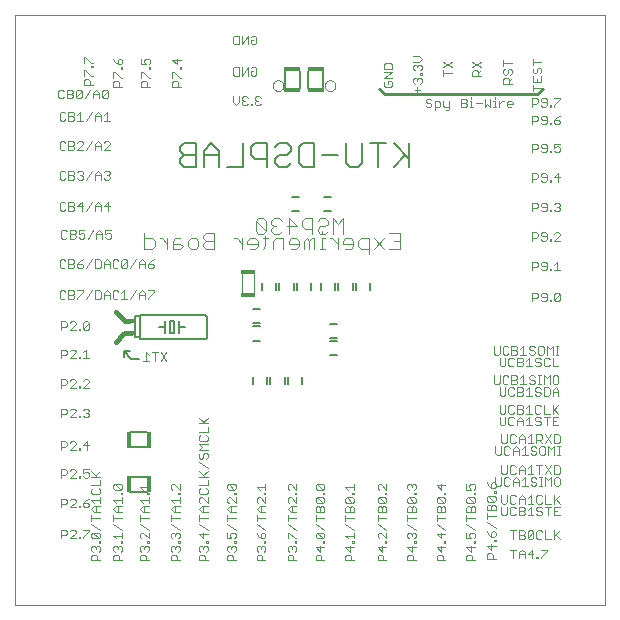
<source format=gbo>
G75*
G70*
%OFA0B0*%
%FSLAX24Y24*%
%IPPOS*%
%LPD*%
%AMOC8*
5,1,8,0,0,1.08239X$1,22.5*
%
%ADD10C,0.0000*%
%ADD11C,0.0030*%
%ADD12C,0.0079*%
%ADD13C,0.0100*%
%ADD14C,0.0070*%
%ADD15C,0.0040*%
%ADD16C,0.0060*%
%ADD17C,0.0160*%
%ADD18R,0.0230X0.0160*%
%ADD19R,0.0472X0.0118*%
%ADD20R,0.0560X0.0140*%
%ADD21R,0.0140X0.0560*%
D10*
X001774Y000741D02*
X001774Y020426D01*
X021459Y020426D01*
X021459Y000741D01*
X001774Y000741D01*
X010377Y018063D02*
X010379Y018089D01*
X010385Y018115D01*
X010395Y018140D01*
X010408Y018163D01*
X010424Y018183D01*
X010444Y018201D01*
X010466Y018216D01*
X010489Y018228D01*
X010515Y018236D01*
X010541Y018240D01*
X010567Y018240D01*
X010593Y018236D01*
X010619Y018228D01*
X010643Y018216D01*
X010664Y018201D01*
X010684Y018183D01*
X010700Y018163D01*
X010713Y018140D01*
X010723Y018115D01*
X010729Y018089D01*
X010731Y018063D01*
X010729Y018037D01*
X010723Y018011D01*
X010713Y017986D01*
X010700Y017963D01*
X010684Y017943D01*
X010664Y017925D01*
X010642Y017910D01*
X010619Y017898D01*
X010593Y017890D01*
X010567Y017886D01*
X010541Y017886D01*
X010515Y017890D01*
X010489Y017898D01*
X010465Y017910D01*
X010444Y017925D01*
X010424Y017943D01*
X010408Y017963D01*
X010395Y017986D01*
X010385Y018011D01*
X010379Y018037D01*
X010377Y018063D01*
X012109Y018063D02*
X012111Y018089D01*
X012117Y018115D01*
X012127Y018140D01*
X012140Y018163D01*
X012156Y018183D01*
X012176Y018201D01*
X012198Y018216D01*
X012221Y018228D01*
X012247Y018236D01*
X012273Y018240D01*
X012299Y018240D01*
X012325Y018236D01*
X012351Y018228D01*
X012375Y018216D01*
X012396Y018201D01*
X012416Y018183D01*
X012432Y018163D01*
X012445Y018140D01*
X012455Y018115D01*
X012461Y018089D01*
X012463Y018063D01*
X012461Y018037D01*
X012455Y018011D01*
X012445Y017986D01*
X012432Y017963D01*
X012416Y017943D01*
X012396Y017925D01*
X012374Y017910D01*
X012351Y017898D01*
X012325Y017890D01*
X012299Y017886D01*
X012273Y017886D01*
X012247Y017890D01*
X012221Y017898D01*
X012197Y017910D01*
X012176Y017925D01*
X012156Y017943D01*
X012140Y017963D01*
X012127Y017986D01*
X012117Y018011D01*
X012111Y018037D01*
X012109Y018063D01*
D11*
X014067Y018078D02*
X014116Y018029D01*
X014309Y018029D01*
X014357Y018078D01*
X014357Y018174D01*
X014309Y018223D01*
X014212Y018223D01*
X014212Y018126D01*
X014116Y018223D02*
X014067Y018174D01*
X014067Y018078D01*
X014067Y018324D02*
X014357Y018517D01*
X014067Y018517D01*
X014067Y018618D02*
X014067Y018764D01*
X014116Y018812D01*
X014309Y018812D01*
X014357Y018764D01*
X014357Y018618D01*
X014067Y018618D01*
X014067Y018324D02*
X014357Y018324D01*
X015051Y018272D02*
X015100Y018320D01*
X015148Y018320D01*
X015197Y018272D01*
X015245Y018320D01*
X015293Y018320D01*
X015342Y018272D01*
X015342Y018175D01*
X015293Y018127D01*
X015197Y018224D02*
X015197Y018272D01*
X015051Y018272D02*
X015051Y018175D01*
X015100Y018127D01*
X015197Y018026D02*
X015197Y017832D01*
X015293Y017929D02*
X015100Y017929D01*
X015470Y017582D02*
X015470Y017534D01*
X015518Y017485D01*
X015615Y017485D01*
X015664Y017437D01*
X015664Y017389D01*
X015615Y017340D01*
X015518Y017340D01*
X015470Y017389D01*
X015470Y017582D02*
X015518Y017630D01*
X015615Y017630D01*
X015664Y017582D01*
X015765Y017534D02*
X015910Y017534D01*
X015958Y017485D01*
X015958Y017389D01*
X015910Y017340D01*
X015765Y017340D01*
X015765Y017243D02*
X015765Y017534D01*
X016059Y017534D02*
X016059Y017389D01*
X016108Y017340D01*
X016253Y017340D01*
X016253Y017292D02*
X016205Y017243D01*
X016156Y017243D01*
X016253Y017292D02*
X016253Y017534D01*
X016649Y017485D02*
X016794Y017485D01*
X016842Y017437D01*
X016842Y017389D01*
X016794Y017340D01*
X016649Y017340D01*
X016649Y017630D01*
X016794Y017630D01*
X016842Y017582D01*
X016842Y017534D01*
X016794Y017485D01*
X016943Y017534D02*
X016992Y017534D01*
X016992Y017340D01*
X017040Y017340D02*
X016943Y017340D01*
X017140Y017485D02*
X017333Y017485D01*
X017434Y017340D02*
X017531Y017437D01*
X017628Y017340D01*
X017628Y017630D01*
X017729Y017534D02*
X017777Y017534D01*
X017777Y017340D01*
X017729Y017340D02*
X017826Y017340D01*
X017926Y017340D02*
X017926Y017534D01*
X018022Y017534D02*
X018071Y017534D01*
X018022Y017534D02*
X017926Y017437D01*
X017777Y017630D02*
X017777Y017679D01*
X017434Y017630D02*
X017434Y017340D01*
X016992Y017630D02*
X016992Y017679D01*
X017020Y018374D02*
X017020Y018519D01*
X017068Y018567D01*
X017165Y018567D01*
X017213Y018519D01*
X017213Y018374D01*
X017213Y018470D02*
X017310Y018567D01*
X017310Y018668D02*
X017020Y018862D01*
X017020Y018668D02*
X017310Y018862D01*
X017310Y018374D02*
X017020Y018374D01*
X016351Y018472D02*
X016060Y018472D01*
X016060Y018568D02*
X016060Y018375D01*
X016060Y018670D02*
X016351Y018863D01*
X016351Y018670D02*
X016060Y018863D01*
X015342Y018960D02*
X015245Y019057D01*
X015051Y019057D01*
X015051Y018864D02*
X015245Y018864D01*
X015342Y018960D01*
X015293Y018762D02*
X015342Y018714D01*
X015342Y018617D01*
X015293Y018569D01*
X015293Y018470D02*
X015342Y018470D01*
X015342Y018422D01*
X015293Y018422D01*
X015293Y018470D01*
X015100Y018569D02*
X015051Y018617D01*
X015051Y018714D01*
X015100Y018762D01*
X015148Y018762D01*
X015197Y018714D01*
X015245Y018762D01*
X015293Y018762D01*
X015197Y018714D02*
X015197Y018666D01*
X018053Y018717D02*
X018053Y018910D01*
X018053Y018814D02*
X018344Y018814D01*
X018295Y018616D02*
X018344Y018567D01*
X018344Y018471D01*
X018295Y018422D01*
X018199Y018471D02*
X018199Y018567D01*
X018247Y018616D01*
X018295Y018616D01*
X018199Y018471D02*
X018150Y018422D01*
X018102Y018422D01*
X018053Y018471D01*
X018053Y018567D01*
X018102Y018616D01*
X018102Y018321D02*
X018199Y018321D01*
X018247Y018273D01*
X018247Y018128D01*
X018247Y018224D02*
X018344Y018321D01*
X018344Y018128D02*
X018053Y018128D01*
X018053Y018273D01*
X018102Y018321D01*
X019038Y018370D02*
X019038Y018176D01*
X019328Y018176D01*
X019328Y018370D01*
X019280Y018471D02*
X019328Y018519D01*
X019328Y018616D01*
X019280Y018664D01*
X019231Y018664D01*
X019183Y018616D01*
X019183Y018519D01*
X019134Y018471D01*
X019086Y018471D01*
X019038Y018519D01*
X019038Y018616D01*
X019086Y018664D01*
X019038Y018765D02*
X019038Y018959D01*
X019038Y018862D02*
X019328Y018862D01*
X019183Y018273D02*
X019183Y018176D01*
X019038Y018075D02*
X019038Y017882D01*
X019038Y017978D02*
X019328Y017978D01*
X019359Y017655D02*
X019310Y017607D01*
X019310Y017558D01*
X019359Y017510D01*
X019504Y017510D01*
X019504Y017413D02*
X019504Y017607D01*
X019455Y017655D01*
X019359Y017655D01*
X019209Y017607D02*
X019209Y017510D01*
X019161Y017462D01*
X019016Y017462D01*
X019016Y017365D02*
X019016Y017655D01*
X019161Y017655D01*
X019209Y017607D01*
X019310Y017413D02*
X019359Y017365D01*
X019455Y017365D01*
X019504Y017413D01*
X019605Y017413D02*
X019653Y017413D01*
X019653Y017365D01*
X019605Y017365D01*
X019605Y017413D01*
X019752Y017413D02*
X019752Y017365D01*
X019752Y017413D02*
X019946Y017607D01*
X019946Y017655D01*
X019752Y017655D01*
X019946Y017065D02*
X019849Y017016D01*
X019752Y016919D01*
X019897Y016919D01*
X019946Y016871D01*
X019946Y016823D01*
X019897Y016774D01*
X019801Y016774D01*
X019752Y016823D01*
X019752Y016919D01*
X019653Y016823D02*
X019653Y016774D01*
X019605Y016774D01*
X019605Y016823D01*
X019653Y016823D01*
X019504Y016823D02*
X019455Y016774D01*
X019359Y016774D01*
X019310Y016823D01*
X019359Y016919D02*
X019310Y016968D01*
X019310Y017016D01*
X019359Y017065D01*
X019455Y017065D01*
X019504Y017016D01*
X019504Y016823D01*
X019504Y016919D02*
X019359Y016919D01*
X019209Y016919D02*
X019209Y017016D01*
X019161Y017065D01*
X019016Y017065D01*
X019016Y016774D01*
X019016Y016871D02*
X019161Y016871D01*
X019209Y016919D01*
X018316Y017340D02*
X018219Y017340D01*
X018171Y017389D01*
X018171Y017485D01*
X018219Y017534D01*
X018316Y017534D01*
X018365Y017485D01*
X018365Y017437D01*
X018171Y017437D01*
X019016Y016130D02*
X019161Y016130D01*
X019209Y016081D01*
X019209Y015984D01*
X019161Y015936D01*
X019016Y015936D01*
X019016Y015839D02*
X019016Y016130D01*
X019310Y016081D02*
X019310Y016033D01*
X019359Y015984D01*
X019504Y015984D01*
X019504Y015888D02*
X019504Y016081D01*
X019455Y016130D01*
X019359Y016130D01*
X019310Y016081D01*
X019310Y015888D02*
X019359Y015839D01*
X019455Y015839D01*
X019504Y015888D01*
X019605Y015888D02*
X019653Y015888D01*
X019653Y015839D01*
X019605Y015839D01*
X019605Y015888D01*
X019752Y015888D02*
X019801Y015839D01*
X019897Y015839D01*
X019946Y015888D01*
X019946Y015984D01*
X019897Y016033D01*
X019849Y016033D01*
X019752Y015984D01*
X019752Y016130D01*
X019946Y016130D01*
X019897Y015145D02*
X019752Y015000D01*
X019946Y015000D01*
X019897Y014855D02*
X019897Y015145D01*
X019653Y014903D02*
X019605Y014903D01*
X019605Y014855D01*
X019653Y014855D01*
X019653Y014903D01*
X019504Y014903D02*
X019504Y015097D01*
X019455Y015145D01*
X019359Y015145D01*
X019310Y015097D01*
X019310Y015049D01*
X019359Y015000D01*
X019504Y015000D01*
X019504Y014903D02*
X019455Y014855D01*
X019359Y014855D01*
X019310Y014903D01*
X019209Y015000D02*
X019161Y014952D01*
X019016Y014952D01*
X019016Y014855D02*
X019016Y015145D01*
X019161Y015145D01*
X019209Y015097D01*
X019209Y015000D01*
X019161Y014161D02*
X019016Y014161D01*
X019016Y013871D01*
X019016Y013968D02*
X019161Y013968D01*
X019209Y014016D01*
X019209Y014113D01*
X019161Y014161D01*
X019310Y014113D02*
X019310Y014064D01*
X019359Y014016D01*
X019504Y014016D01*
X019504Y014113D02*
X019455Y014161D01*
X019359Y014161D01*
X019310Y014113D01*
X019504Y014113D02*
X019504Y013919D01*
X019455Y013871D01*
X019359Y013871D01*
X019310Y013919D01*
X019605Y013919D02*
X019653Y013919D01*
X019653Y013871D01*
X019605Y013871D01*
X019605Y013919D01*
X019752Y013919D02*
X019801Y013871D01*
X019897Y013871D01*
X019946Y013919D01*
X019946Y013968D01*
X019897Y014016D01*
X019849Y014016D01*
X019897Y014016D02*
X019946Y014064D01*
X019946Y014113D01*
X019897Y014161D01*
X019801Y014161D01*
X019752Y014113D01*
X019801Y013177D02*
X019752Y013128D01*
X019801Y013177D02*
X019897Y013177D01*
X019946Y013128D01*
X019946Y013080D01*
X019752Y012887D01*
X019946Y012887D01*
X019653Y012887D02*
X019653Y012935D01*
X019605Y012935D01*
X019605Y012887D01*
X019653Y012887D01*
X019504Y012935D02*
X019504Y013128D01*
X019455Y013177D01*
X019359Y013177D01*
X019310Y013128D01*
X019310Y013080D01*
X019359Y013032D01*
X019504Y013032D01*
X019504Y012935D02*
X019455Y012887D01*
X019359Y012887D01*
X019310Y012935D01*
X019209Y013032D02*
X019161Y012983D01*
X019016Y012983D01*
X019016Y012887D02*
X019016Y013177D01*
X019161Y013177D01*
X019209Y013128D01*
X019209Y013032D01*
X019161Y012193D02*
X019016Y012193D01*
X019016Y011902D01*
X019016Y011999D02*
X019161Y011999D01*
X019209Y012047D01*
X019209Y012144D01*
X019161Y012193D01*
X019310Y012144D02*
X019310Y012096D01*
X019359Y012047D01*
X019504Y012047D01*
X019504Y011951D02*
X019504Y012144D01*
X019455Y012193D01*
X019359Y012193D01*
X019310Y012144D01*
X019310Y011951D02*
X019359Y011902D01*
X019455Y011902D01*
X019504Y011951D01*
X019605Y011951D02*
X019653Y011951D01*
X019653Y011902D01*
X019605Y011902D01*
X019605Y011951D01*
X019752Y011902D02*
X019946Y011902D01*
X019849Y011902D02*
X019849Y012193D01*
X019752Y012096D01*
X019801Y011159D02*
X019897Y011159D01*
X019946Y011111D01*
X019752Y010917D01*
X019801Y010869D01*
X019897Y010869D01*
X019946Y010917D01*
X019946Y011111D01*
X019801Y011159D02*
X019752Y011111D01*
X019752Y010917D01*
X019653Y010917D02*
X019653Y010869D01*
X019605Y010869D01*
X019605Y010917D01*
X019653Y010917D01*
X019504Y010917D02*
X019504Y011111D01*
X019455Y011159D01*
X019359Y011159D01*
X019310Y011111D01*
X019310Y011062D01*
X019359Y011014D01*
X019504Y011014D01*
X019504Y010917D02*
X019455Y010869D01*
X019359Y010869D01*
X019310Y010917D01*
X019209Y011014D02*
X019161Y010966D01*
X019016Y010966D01*
X019016Y010869D02*
X019016Y011159D01*
X019161Y011159D01*
X019209Y011111D01*
X019209Y011014D01*
X019260Y009387D02*
X019212Y009339D01*
X019212Y009146D01*
X019260Y009097D01*
X019357Y009097D01*
X019405Y009146D01*
X019405Y009339D01*
X019357Y009387D01*
X019260Y009387D01*
X019111Y009339D02*
X019062Y009387D01*
X018966Y009387D01*
X018917Y009339D01*
X018917Y009291D01*
X018966Y009242D01*
X019062Y009242D01*
X019111Y009194D01*
X019111Y009146D01*
X019062Y009097D01*
X018966Y009097D01*
X018917Y009146D01*
X018816Y009097D02*
X018623Y009097D01*
X018719Y009097D02*
X018719Y009387D01*
X018623Y009291D01*
X018521Y009291D02*
X018473Y009242D01*
X018328Y009242D01*
X018227Y009146D02*
X018178Y009097D01*
X018082Y009097D01*
X018033Y009146D01*
X018033Y009339D01*
X018082Y009387D01*
X018178Y009387D01*
X018227Y009339D01*
X018328Y009387D02*
X018473Y009387D01*
X018521Y009339D01*
X018521Y009291D01*
X018473Y009242D02*
X018521Y009194D01*
X018521Y009146D01*
X018473Y009097D01*
X018328Y009097D01*
X018328Y009387D01*
X017932Y009387D02*
X017932Y009146D01*
X017884Y009097D01*
X017787Y009097D01*
X017739Y009146D01*
X017739Y009387D01*
X017935Y008994D02*
X017935Y008752D01*
X017983Y008703D01*
X018080Y008703D01*
X018129Y008752D01*
X018129Y008994D01*
X018230Y008945D02*
X018230Y008752D01*
X018278Y008703D01*
X018375Y008703D01*
X018423Y008752D01*
X018524Y008703D02*
X018524Y008994D01*
X018670Y008994D01*
X018718Y008945D01*
X018718Y008897D01*
X018670Y008849D01*
X018524Y008849D01*
X018423Y008945D02*
X018375Y008994D01*
X018278Y008994D01*
X018230Y008945D01*
X018524Y008703D02*
X018670Y008703D01*
X018718Y008752D01*
X018718Y008800D01*
X018670Y008849D01*
X018819Y008897D02*
X018916Y008994D01*
X018916Y008703D01*
X018819Y008703D02*
X019013Y008703D01*
X019114Y008752D02*
X019162Y008703D01*
X019259Y008703D01*
X019307Y008752D01*
X019307Y008800D01*
X019259Y008849D01*
X019162Y008849D01*
X019114Y008897D01*
X019114Y008945D01*
X019162Y008994D01*
X019259Y008994D01*
X019307Y008945D01*
X019408Y008945D02*
X019408Y008752D01*
X019457Y008703D01*
X019553Y008703D01*
X019602Y008752D01*
X019703Y008703D02*
X019703Y008994D01*
X019700Y009097D02*
X019700Y009387D01*
X019603Y009291D01*
X019507Y009387D01*
X019507Y009097D01*
X019553Y008994D02*
X019457Y008994D01*
X019408Y008945D01*
X019553Y008994D02*
X019602Y008945D01*
X019801Y009097D02*
X019898Y009097D01*
X019850Y009097D02*
X019850Y009387D01*
X019898Y009387D02*
X019801Y009387D01*
X019703Y008703D02*
X019897Y008703D01*
X019848Y008403D02*
X019897Y008355D01*
X019897Y008161D01*
X019848Y008113D01*
X019751Y008113D01*
X019703Y008161D01*
X019703Y008355D01*
X019751Y008403D01*
X019848Y008403D01*
X019602Y008403D02*
X019505Y008306D01*
X019408Y008403D01*
X019408Y008113D01*
X019309Y008113D02*
X019212Y008113D01*
X019260Y008113D02*
X019260Y008403D01*
X019212Y008403D02*
X019309Y008403D01*
X019111Y008355D02*
X019062Y008403D01*
X018966Y008403D01*
X018917Y008355D01*
X018917Y008306D01*
X018966Y008258D01*
X019062Y008258D01*
X019111Y008210D01*
X019111Y008161D01*
X019062Y008113D01*
X018966Y008113D01*
X018917Y008161D01*
X018816Y008113D02*
X018623Y008113D01*
X018719Y008113D02*
X018719Y008403D01*
X018623Y008306D01*
X018521Y008306D02*
X018473Y008258D01*
X018328Y008258D01*
X018227Y008161D02*
X018178Y008113D01*
X018082Y008113D01*
X018033Y008161D01*
X018033Y008355D01*
X018082Y008403D01*
X018178Y008403D01*
X018227Y008355D01*
X018328Y008403D02*
X018328Y008113D01*
X018473Y008113D01*
X018521Y008161D01*
X018521Y008210D01*
X018473Y008258D01*
X018521Y008306D02*
X018521Y008355D01*
X018473Y008403D01*
X018328Y008403D01*
X017932Y008403D02*
X017932Y008161D01*
X017884Y008113D01*
X017787Y008113D01*
X017739Y008161D01*
X017739Y008403D01*
X017935Y008009D02*
X017935Y007768D01*
X017983Y007719D01*
X018080Y007719D01*
X018129Y007768D01*
X018129Y008009D01*
X018230Y007961D02*
X018230Y007768D01*
X018278Y007719D01*
X018375Y007719D01*
X018423Y007768D01*
X018524Y007719D02*
X018670Y007719D01*
X018718Y007768D01*
X018718Y007816D01*
X018670Y007864D01*
X018524Y007864D01*
X018423Y007961D02*
X018375Y008009D01*
X018278Y008009D01*
X018230Y007961D01*
X018524Y008009D02*
X018670Y008009D01*
X018718Y007961D01*
X018718Y007913D01*
X018670Y007864D01*
X018819Y007913D02*
X018916Y008009D01*
X018916Y007719D01*
X018819Y007719D02*
X019013Y007719D01*
X019114Y007768D02*
X019162Y007719D01*
X019259Y007719D01*
X019307Y007768D01*
X019307Y007816D01*
X019259Y007864D01*
X019162Y007864D01*
X019114Y007913D01*
X019114Y007961D01*
X019162Y008009D01*
X019259Y008009D01*
X019307Y007961D01*
X019408Y008009D02*
X019553Y008009D01*
X019602Y007961D01*
X019602Y007768D01*
X019553Y007719D01*
X019408Y007719D01*
X019408Y008009D01*
X019602Y008113D02*
X019602Y008403D01*
X019800Y008009D02*
X019897Y007913D01*
X019897Y007719D01*
X019897Y007864D02*
X019703Y007864D01*
X019703Y007913D02*
X019800Y008009D01*
X019703Y007913D02*
X019703Y007719D01*
X019703Y007419D02*
X019703Y007129D01*
X019703Y007225D02*
X019897Y007419D01*
X019751Y007274D02*
X019897Y007129D01*
X019897Y007025D02*
X019703Y007025D01*
X019703Y006735D01*
X019897Y006735D01*
X019800Y006880D02*
X019703Y006880D01*
X019602Y007025D02*
X019408Y007025D01*
X019505Y007025D02*
X019505Y006735D01*
X019307Y006783D02*
X019259Y006735D01*
X019162Y006735D01*
X019114Y006783D01*
X019162Y006880D02*
X019259Y006880D01*
X019307Y006832D01*
X019307Y006783D01*
X019162Y006880D02*
X019114Y006928D01*
X019114Y006977D01*
X019162Y007025D01*
X019259Y007025D01*
X019307Y006977D01*
X019259Y007129D02*
X019307Y007177D01*
X019259Y007129D02*
X019162Y007129D01*
X019114Y007177D01*
X019114Y007371D01*
X019162Y007419D01*
X019259Y007419D01*
X019307Y007371D01*
X019408Y007419D02*
X019408Y007129D01*
X019602Y007129D01*
X019013Y007129D02*
X018819Y007129D01*
X018916Y007129D02*
X018916Y007419D01*
X018819Y007322D01*
X018718Y007322D02*
X018670Y007274D01*
X018524Y007274D01*
X018423Y007371D02*
X018375Y007419D01*
X018278Y007419D01*
X018230Y007371D01*
X018230Y007177D01*
X018278Y007129D01*
X018375Y007129D01*
X018423Y007177D01*
X018524Y007129D02*
X018524Y007419D01*
X018670Y007419D01*
X018718Y007371D01*
X018718Y007322D01*
X018670Y007274D02*
X018718Y007225D01*
X018718Y007177D01*
X018670Y007129D01*
X018524Y007129D01*
X018621Y007025D02*
X018718Y006928D01*
X018718Y006735D01*
X018819Y006735D02*
X019013Y006735D01*
X018916Y006735D02*
X018916Y007025D01*
X018819Y006928D01*
X018718Y006880D02*
X018524Y006880D01*
X018524Y006928D02*
X018524Y006735D01*
X018423Y006783D02*
X018375Y006735D01*
X018278Y006735D01*
X018230Y006783D01*
X018230Y006977D01*
X018278Y007025D01*
X018375Y007025D01*
X018423Y006977D01*
X018524Y006928D02*
X018621Y007025D01*
X018129Y007025D02*
X018129Y006783D01*
X018080Y006735D01*
X017983Y006735D01*
X017935Y006783D01*
X017935Y007025D01*
X017983Y007129D02*
X018080Y007129D01*
X018129Y007177D01*
X018129Y007419D01*
X017935Y007419D02*
X017935Y007177D01*
X017983Y007129D01*
X018524Y007719D02*
X018524Y008009D01*
X018424Y006435D02*
X018327Y006435D01*
X018279Y006386D01*
X018279Y006193D01*
X018327Y006144D01*
X018424Y006144D01*
X018472Y006193D01*
X018574Y006144D02*
X018574Y006338D01*
X018670Y006435D01*
X018767Y006338D01*
X018767Y006144D01*
X018868Y006144D02*
X019062Y006144D01*
X018965Y006144D02*
X018965Y006435D01*
X018868Y006338D01*
X018767Y006290D02*
X018574Y006290D01*
X018472Y006386D02*
X018424Y006435D01*
X018178Y006435D02*
X018178Y006193D01*
X018129Y006144D01*
X018033Y006144D01*
X017984Y006193D01*
X017984Y006435D01*
X017981Y006041D02*
X017981Y005799D01*
X017933Y005751D01*
X017836Y005751D01*
X017788Y005799D01*
X017788Y006041D01*
X018083Y005993D02*
X018083Y005799D01*
X018131Y005751D01*
X018228Y005751D01*
X018276Y005799D01*
X018377Y005751D02*
X018377Y005944D01*
X018474Y006041D01*
X018571Y005944D01*
X018571Y005751D01*
X018672Y005751D02*
X018865Y005751D01*
X018769Y005751D02*
X018769Y006041D01*
X018672Y005944D01*
X018571Y005896D02*
X018377Y005896D01*
X018276Y005993D02*
X018228Y006041D01*
X018131Y006041D01*
X018083Y005993D01*
X018178Y005401D02*
X018178Y005159D01*
X018129Y005111D01*
X018033Y005111D01*
X017984Y005159D01*
X017984Y005401D01*
X018279Y005353D02*
X018279Y005159D01*
X018327Y005111D01*
X018424Y005111D01*
X018472Y005159D01*
X018574Y005111D02*
X018574Y005304D01*
X018670Y005401D01*
X018767Y005304D01*
X018767Y005111D01*
X018868Y005111D02*
X019062Y005111D01*
X018965Y005111D02*
X018965Y005401D01*
X018868Y005304D01*
X018767Y005256D02*
X018574Y005256D01*
X018472Y005353D02*
X018424Y005401D01*
X018327Y005401D01*
X018279Y005353D01*
X018228Y005008D02*
X018131Y005008D01*
X018083Y004959D01*
X018083Y004766D01*
X018131Y004717D01*
X018228Y004717D01*
X018276Y004766D01*
X018377Y004717D02*
X018377Y004911D01*
X018474Y005008D01*
X018571Y004911D01*
X018571Y004717D01*
X018672Y004717D02*
X018865Y004717D01*
X018769Y004717D02*
X018769Y005008D01*
X018672Y004911D01*
X018571Y004862D02*
X018377Y004862D01*
X018276Y004959D02*
X018228Y005008D01*
X017981Y005008D02*
X017981Y004766D01*
X017933Y004717D01*
X017836Y004717D01*
X017788Y004766D01*
X017788Y005008D01*
X017754Y004832D02*
X017706Y004832D01*
X017657Y004783D01*
X017657Y004638D01*
X017754Y004638D01*
X017803Y004687D01*
X017803Y004783D01*
X017754Y004832D01*
X017561Y004735D02*
X017657Y004638D01*
X017561Y004735D02*
X017512Y004832D01*
X017754Y004539D02*
X017803Y004539D01*
X017803Y004491D01*
X017754Y004491D01*
X017754Y004539D01*
X017754Y004390D02*
X017561Y004390D01*
X017754Y004196D01*
X017803Y004245D01*
X017803Y004342D01*
X017754Y004390D01*
X017561Y004390D02*
X017512Y004342D01*
X017512Y004245D01*
X017561Y004196D01*
X017754Y004196D01*
X017754Y004095D02*
X017803Y004047D01*
X017803Y003902D01*
X017512Y003902D01*
X017512Y004047D01*
X017561Y004095D01*
X017609Y004095D01*
X017657Y004047D01*
X017657Y003902D01*
X017657Y004047D02*
X017706Y004095D01*
X017754Y004095D01*
X017984Y004023D02*
X017984Y003781D01*
X018033Y003733D01*
X018129Y003733D01*
X018178Y003781D01*
X018178Y004023D01*
X018279Y003975D02*
X018279Y003781D01*
X018327Y003733D01*
X018424Y003733D01*
X018472Y003781D01*
X018574Y003733D02*
X018574Y004023D01*
X018719Y004023D01*
X018767Y003975D01*
X018767Y003926D01*
X018719Y003878D01*
X018574Y003878D01*
X018472Y003975D02*
X018424Y004023D01*
X018327Y004023D01*
X018279Y003975D01*
X018327Y004127D02*
X018424Y004127D01*
X018472Y004175D01*
X018574Y004127D02*
X018574Y004320D01*
X018670Y004417D01*
X018767Y004320D01*
X018767Y004127D01*
X018868Y004127D02*
X019062Y004127D01*
X018965Y004127D02*
X018965Y004417D01*
X018868Y004320D01*
X018767Y004272D02*
X018574Y004272D01*
X018472Y004369D02*
X018424Y004417D01*
X018327Y004417D01*
X018279Y004369D01*
X018279Y004175D01*
X018327Y004127D01*
X018178Y004175D02*
X018178Y004417D01*
X017984Y004417D02*
X017984Y004175D01*
X018033Y004127D01*
X018129Y004127D01*
X018178Y004175D01*
X018574Y003733D02*
X018719Y003733D01*
X018767Y003781D01*
X018767Y003830D01*
X018719Y003878D01*
X018868Y003926D02*
X018965Y004023D01*
X018965Y003733D01*
X018868Y003733D02*
X019062Y003733D01*
X019163Y003781D02*
X019211Y003733D01*
X019308Y003733D01*
X019356Y003781D01*
X019356Y003830D01*
X019308Y003878D01*
X019211Y003878D01*
X019163Y003926D01*
X019163Y003975D01*
X019211Y004023D01*
X019308Y004023D01*
X019356Y003975D01*
X019458Y004023D02*
X019651Y004023D01*
X019554Y004023D02*
X019554Y003733D01*
X019752Y003733D02*
X019752Y004023D01*
X019946Y004023D01*
X019946Y004127D02*
X019801Y004272D01*
X019752Y004223D02*
X019946Y004417D01*
X019752Y004417D02*
X019752Y004127D01*
X019651Y004127D02*
X019458Y004127D01*
X019458Y004417D01*
X019356Y004369D02*
X019308Y004417D01*
X019211Y004417D01*
X019163Y004369D01*
X019163Y004175D01*
X019211Y004127D01*
X019308Y004127D01*
X019356Y004175D01*
X019752Y003878D02*
X019849Y003878D01*
X019752Y003733D02*
X019946Y003733D01*
X019946Y003236D02*
X019752Y003042D01*
X019801Y003091D02*
X019946Y002946D01*
X019752Y002946D02*
X019752Y003236D01*
X019458Y003236D02*
X019458Y002946D01*
X019651Y002946D01*
X019356Y002994D02*
X019308Y002946D01*
X019211Y002946D01*
X019163Y002994D01*
X019163Y003187D01*
X019211Y003236D01*
X019308Y003236D01*
X019356Y003187D01*
X019062Y003187D02*
X019062Y002994D01*
X019013Y002946D01*
X018917Y002946D01*
X018868Y002994D01*
X019062Y003187D01*
X019013Y003236D01*
X018917Y003236D01*
X018868Y003187D01*
X018868Y002994D01*
X018767Y002994D02*
X018767Y003042D01*
X018719Y003091D01*
X018574Y003091D01*
X018719Y003091D02*
X018767Y003139D01*
X018767Y003187D01*
X018719Y003236D01*
X018574Y003236D01*
X018574Y002946D01*
X018719Y002946D01*
X018767Y002994D01*
X018376Y002946D02*
X018376Y003236D01*
X018472Y003236D02*
X018279Y003236D01*
X017803Y003163D02*
X017754Y003211D01*
X017706Y003211D01*
X017657Y003163D01*
X017657Y003018D01*
X017754Y003018D01*
X017803Y003066D01*
X017803Y003163D01*
X017803Y003312D02*
X017512Y003506D01*
X017512Y003607D02*
X017512Y003801D01*
X017512Y003704D02*
X017803Y003704D01*
X017114Y003655D02*
X016823Y003655D01*
X016823Y003751D02*
X016823Y003558D01*
X016823Y003457D02*
X017114Y003263D01*
X017065Y003162D02*
X016968Y003162D01*
X016920Y003114D01*
X016920Y003065D01*
X016968Y002969D01*
X016823Y002969D01*
X016823Y003162D01*
X017065Y003162D02*
X017114Y003114D01*
X017114Y003017D01*
X017065Y002969D01*
X017065Y002870D02*
X017114Y002870D01*
X017114Y002821D01*
X017065Y002821D01*
X017065Y002870D01*
X016968Y002720D02*
X016968Y002527D01*
X016823Y002672D01*
X017114Y002672D01*
X016968Y002425D02*
X017017Y002377D01*
X017017Y002232D01*
X017114Y002232D02*
X016823Y002232D01*
X016823Y002377D01*
X016872Y002425D01*
X016968Y002425D01*
X017512Y002426D02*
X017512Y002281D01*
X017803Y002281D01*
X017706Y002281D02*
X017706Y002426D01*
X017657Y002475D01*
X017561Y002475D01*
X017512Y002426D01*
X017657Y002576D02*
X017512Y002721D01*
X017803Y002721D01*
X017803Y002870D02*
X017803Y002919D01*
X017754Y002919D01*
X017754Y002870D01*
X017803Y002870D01*
X017657Y002769D02*
X017657Y002576D01*
X018278Y002596D02*
X018472Y002596D01*
X018375Y002596D02*
X018375Y002306D01*
X018573Y002306D02*
X018573Y002499D01*
X018669Y002596D01*
X018766Y002499D01*
X018766Y002306D01*
X018766Y002451D02*
X018573Y002451D01*
X018867Y002451D02*
X019012Y002596D01*
X019012Y002306D01*
X019162Y002306D02*
X019210Y002306D01*
X019210Y002354D01*
X019162Y002354D01*
X019162Y002306D01*
X019309Y002306D02*
X019309Y002354D01*
X019503Y002548D01*
X019503Y002596D01*
X019309Y002596D01*
X019061Y002451D02*
X018867Y002451D01*
X017657Y003018D02*
X017561Y003115D01*
X017512Y003211D01*
X017114Y003853D02*
X016823Y003853D01*
X016823Y003998D01*
X016872Y004046D01*
X016920Y004046D01*
X016968Y003998D01*
X016968Y003853D01*
X016968Y003998D02*
X017017Y004046D01*
X017065Y004046D01*
X017114Y003998D01*
X017114Y003853D01*
X017065Y004147D02*
X016872Y004147D01*
X016823Y004196D01*
X016823Y004292D01*
X016872Y004341D01*
X017065Y004147D01*
X017114Y004196D01*
X017114Y004292D01*
X017065Y004341D01*
X016872Y004341D01*
X017065Y004442D02*
X017065Y004490D01*
X017114Y004490D01*
X017114Y004442D01*
X017065Y004442D01*
X017065Y004589D02*
X017114Y004638D01*
X017114Y004734D01*
X017065Y004783D01*
X016968Y004783D01*
X016920Y004734D01*
X016920Y004686D01*
X016968Y004589D01*
X016823Y004589D01*
X016823Y004783D01*
X016129Y004734D02*
X015839Y004734D01*
X015984Y004589D01*
X015984Y004783D01*
X016081Y004490D02*
X016129Y004490D01*
X016129Y004442D01*
X016081Y004442D01*
X016081Y004490D01*
X016081Y004341D02*
X016129Y004292D01*
X016129Y004196D01*
X016081Y004147D01*
X015887Y004341D01*
X016081Y004341D01*
X015887Y004341D02*
X015839Y004292D01*
X015839Y004196D01*
X015887Y004147D01*
X016081Y004147D01*
X016081Y004046D02*
X016129Y003998D01*
X016129Y003853D01*
X015839Y003853D01*
X015839Y003998D01*
X015887Y004046D01*
X015936Y004046D01*
X015984Y003998D01*
X015984Y003853D01*
X015984Y003998D02*
X016033Y004046D01*
X016081Y004046D01*
X015839Y003751D02*
X015839Y003558D01*
X015839Y003655D02*
X016129Y003655D01*
X015839Y003457D02*
X016129Y003263D01*
X016129Y003114D02*
X015839Y003114D01*
X015984Y002969D01*
X015984Y003162D01*
X016081Y002870D02*
X016129Y002870D01*
X016129Y002821D01*
X016081Y002821D01*
X016081Y002870D01*
X015984Y002720D02*
X015984Y002527D01*
X015839Y002672D01*
X016129Y002672D01*
X015984Y002425D02*
X016033Y002377D01*
X016033Y002232D01*
X016129Y002232D02*
X015839Y002232D01*
X015839Y002377D01*
X015887Y002425D01*
X015984Y002425D01*
X015145Y002232D02*
X014855Y002232D01*
X014855Y002377D01*
X014903Y002425D01*
X015000Y002425D01*
X015048Y002377D01*
X015048Y002232D01*
X015000Y002527D02*
X015000Y002720D01*
X015097Y002821D02*
X015097Y002870D01*
X015145Y002870D01*
X015145Y002821D01*
X015097Y002821D01*
X015097Y002969D02*
X015145Y003017D01*
X015145Y003114D01*
X015097Y003162D01*
X015048Y003162D01*
X015000Y003114D01*
X015000Y003065D01*
X015000Y003114D02*
X014952Y003162D01*
X014903Y003162D01*
X014855Y003114D01*
X014855Y003017D01*
X014903Y002969D01*
X014855Y002672D02*
X015000Y002527D01*
X015145Y002672D02*
X014855Y002672D01*
X014161Y002672D02*
X013871Y002672D01*
X014016Y002527D01*
X014016Y002720D01*
X014112Y002821D02*
X014112Y002870D01*
X014161Y002870D01*
X014161Y002821D01*
X014112Y002821D01*
X014161Y002969D02*
X013967Y003162D01*
X013919Y003162D01*
X013871Y003114D01*
X013871Y003017D01*
X013919Y002969D01*
X014161Y002969D02*
X014161Y003162D01*
X014161Y003263D02*
X013871Y003457D01*
X013871Y003558D02*
X013871Y003751D01*
X013871Y003655D02*
X014161Y003655D01*
X014161Y003853D02*
X013871Y003853D01*
X013871Y003998D01*
X013919Y004046D01*
X013967Y004046D01*
X014016Y003998D01*
X014016Y003853D01*
X014016Y003998D02*
X014064Y004046D01*
X014112Y004046D01*
X014161Y003998D01*
X014161Y003853D01*
X014112Y004147D02*
X013919Y004341D01*
X014112Y004341D01*
X014161Y004292D01*
X014161Y004196D01*
X014112Y004147D01*
X013919Y004147D01*
X013871Y004196D01*
X013871Y004292D01*
X013919Y004341D01*
X014112Y004442D02*
X014112Y004490D01*
X014161Y004490D01*
X014161Y004442D01*
X014112Y004442D01*
X014161Y004589D02*
X013967Y004783D01*
X013919Y004783D01*
X013871Y004734D01*
X013871Y004638D01*
X013919Y004589D01*
X014161Y004589D02*
X014161Y004783D01*
X014855Y004734D02*
X014855Y004638D01*
X014903Y004589D01*
X015000Y004686D02*
X015000Y004734D01*
X015048Y004783D01*
X015097Y004783D01*
X015145Y004734D01*
X015145Y004638D01*
X015097Y004589D01*
X015097Y004490D02*
X015145Y004490D01*
X015145Y004442D01*
X015097Y004442D01*
X015097Y004490D01*
X015097Y004341D02*
X015145Y004292D01*
X015145Y004196D01*
X015097Y004147D01*
X014903Y004341D01*
X015097Y004341D01*
X014903Y004341D02*
X014855Y004292D01*
X014855Y004196D01*
X014903Y004147D01*
X015097Y004147D01*
X015097Y004046D02*
X015145Y003998D01*
X015145Y003853D01*
X014855Y003853D01*
X014855Y003998D01*
X014903Y004046D01*
X014952Y004046D01*
X015000Y003998D01*
X015000Y003853D01*
X015000Y003998D02*
X015048Y004046D01*
X015097Y004046D01*
X014855Y003751D02*
X014855Y003558D01*
X014855Y003655D02*
X015145Y003655D01*
X014855Y003457D02*
X015145Y003263D01*
X014064Y002377D02*
X014064Y002232D01*
X014161Y002232D02*
X013871Y002232D01*
X013871Y002377D01*
X013919Y002425D01*
X014016Y002425D01*
X014064Y002377D01*
X013078Y002232D02*
X012788Y002232D01*
X012788Y002377D01*
X012836Y002425D01*
X012933Y002425D01*
X012981Y002377D01*
X012981Y002232D01*
X012933Y002527D02*
X012933Y002720D01*
X013030Y002821D02*
X013030Y002870D01*
X013078Y002870D01*
X013078Y002821D01*
X013030Y002821D01*
X013078Y002969D02*
X013078Y003162D01*
X013078Y003065D02*
X012788Y003065D01*
X012885Y002969D01*
X012788Y002672D02*
X012933Y002527D01*
X013078Y002672D02*
X012788Y002672D01*
X013078Y003263D02*
X012788Y003457D01*
X012788Y003558D02*
X012788Y003751D01*
X012788Y003655D02*
X013078Y003655D01*
X013078Y003853D02*
X012788Y003853D01*
X012788Y003998D01*
X012836Y004046D01*
X012885Y004046D01*
X012933Y003998D01*
X012933Y003853D01*
X012933Y003998D02*
X012981Y004046D01*
X013030Y004046D01*
X013078Y003998D01*
X013078Y003853D01*
X013030Y004147D02*
X012836Y004147D01*
X012788Y004196D01*
X012788Y004292D01*
X012836Y004341D01*
X013030Y004147D01*
X013078Y004196D01*
X013078Y004292D01*
X013030Y004341D01*
X012836Y004341D01*
X013030Y004442D02*
X013030Y004490D01*
X013078Y004490D01*
X013078Y004442D01*
X013030Y004442D01*
X013078Y004589D02*
X013078Y004783D01*
X013078Y004686D02*
X012788Y004686D01*
X012885Y004589D01*
X012094Y004638D02*
X012045Y004589D01*
X011852Y004783D01*
X012045Y004783D01*
X012094Y004734D01*
X012094Y004638D01*
X012045Y004589D02*
X011852Y004589D01*
X011804Y004638D01*
X011804Y004734D01*
X011852Y004783D01*
X012045Y004490D02*
X012094Y004490D01*
X012094Y004442D01*
X012045Y004442D01*
X012045Y004490D01*
X012045Y004341D02*
X012094Y004292D01*
X012094Y004196D01*
X012045Y004147D01*
X011852Y004341D01*
X012045Y004341D01*
X011852Y004341D02*
X011804Y004292D01*
X011804Y004196D01*
X011852Y004147D01*
X012045Y004147D01*
X012045Y004046D02*
X012094Y003998D01*
X012094Y003853D01*
X011804Y003853D01*
X011804Y003998D01*
X011852Y004046D01*
X011900Y004046D01*
X011949Y003998D01*
X011949Y003853D01*
X011949Y003998D02*
X011997Y004046D01*
X012045Y004046D01*
X011804Y003751D02*
X011804Y003558D01*
X011804Y003655D02*
X012094Y003655D01*
X011804Y003457D02*
X012094Y003263D01*
X012045Y003162D02*
X012094Y003114D01*
X012094Y003017D01*
X012045Y002969D01*
X011852Y003162D01*
X012045Y003162D01*
X011852Y003162D02*
X011804Y003114D01*
X011804Y003017D01*
X011852Y002969D01*
X012045Y002969D01*
X012045Y002870D02*
X012094Y002870D01*
X012094Y002821D01*
X012045Y002821D01*
X012045Y002870D01*
X011949Y002720D02*
X011949Y002527D01*
X011804Y002672D01*
X012094Y002672D01*
X011949Y002425D02*
X011997Y002377D01*
X011997Y002232D01*
X012094Y002232D02*
X011804Y002232D01*
X011804Y002377D01*
X011852Y002425D01*
X011949Y002425D01*
X011159Y002575D02*
X011110Y002527D01*
X011159Y002575D02*
X011159Y002672D01*
X011110Y002720D01*
X011062Y002720D01*
X011014Y002672D01*
X011014Y002623D01*
X011014Y002672D02*
X010965Y002720D01*
X010917Y002720D01*
X010869Y002672D01*
X010869Y002575D01*
X010917Y002527D01*
X010917Y002425D02*
X011014Y002425D01*
X011062Y002377D01*
X011062Y002232D01*
X011159Y002232D02*
X010869Y002232D01*
X010869Y002377D01*
X010917Y002425D01*
X011110Y002821D02*
X011110Y002870D01*
X011159Y002870D01*
X011159Y002821D01*
X011110Y002821D01*
X011110Y002969D02*
X011159Y002969D01*
X011110Y002969D02*
X010917Y003162D01*
X010869Y003162D01*
X010869Y002969D01*
X011159Y003263D02*
X010869Y003457D01*
X010869Y003558D02*
X010869Y003751D01*
X010869Y003655D02*
X011159Y003655D01*
X011159Y003853D02*
X010965Y003853D01*
X010869Y003949D01*
X010965Y004046D01*
X011159Y004046D01*
X011159Y004147D02*
X010965Y004341D01*
X010917Y004341D01*
X010869Y004292D01*
X010869Y004196D01*
X010917Y004147D01*
X011014Y004046D02*
X011014Y003853D01*
X011159Y004147D02*
X011159Y004341D01*
X011159Y004442D02*
X011159Y004490D01*
X011110Y004490D01*
X011110Y004442D01*
X011159Y004442D01*
X011159Y004589D02*
X010965Y004783D01*
X010917Y004783D01*
X010869Y004734D01*
X010869Y004638D01*
X010917Y004589D01*
X011159Y004589D02*
X011159Y004783D01*
X010125Y004783D02*
X010125Y004589D01*
X010125Y004686D02*
X009835Y004686D01*
X009932Y004589D01*
X010077Y004490D02*
X010125Y004490D01*
X010125Y004442D01*
X010077Y004442D01*
X010077Y004490D01*
X010125Y004341D02*
X010125Y004147D01*
X009932Y004341D01*
X009883Y004341D01*
X009835Y004292D01*
X009835Y004196D01*
X009883Y004147D01*
X009932Y004046D02*
X010125Y004046D01*
X009980Y004046D02*
X009980Y003853D01*
X009932Y003853D02*
X009835Y003949D01*
X009932Y004046D01*
X009932Y003853D02*
X010125Y003853D01*
X010125Y003655D02*
X009835Y003655D01*
X009835Y003751D02*
X009835Y003558D01*
X009835Y003457D02*
X010125Y003263D01*
X010077Y003162D02*
X010029Y003162D01*
X009980Y003114D01*
X009980Y002969D01*
X010077Y002969D01*
X010125Y003017D01*
X010125Y003114D01*
X010077Y003162D01*
X009883Y003065D02*
X009980Y002969D01*
X009883Y003065D02*
X009835Y003162D01*
X010077Y002870D02*
X010125Y002870D01*
X010125Y002821D01*
X010077Y002821D01*
X010077Y002870D01*
X010077Y002720D02*
X010125Y002672D01*
X010125Y002575D01*
X010077Y002527D01*
X009980Y002623D02*
X009980Y002672D01*
X010029Y002720D01*
X010077Y002720D01*
X009980Y002672D02*
X009932Y002720D01*
X009883Y002720D01*
X009835Y002672D01*
X009835Y002575D01*
X009883Y002527D01*
X009883Y002425D02*
X009980Y002425D01*
X010029Y002377D01*
X010029Y002232D01*
X010125Y002232D02*
X009835Y002232D01*
X009835Y002377D01*
X009883Y002425D01*
X009141Y002575D02*
X009093Y002527D01*
X009141Y002575D02*
X009141Y002672D01*
X009093Y002720D01*
X009044Y002720D01*
X008996Y002672D01*
X008996Y002623D01*
X008996Y002672D02*
X008948Y002720D01*
X008899Y002720D01*
X008851Y002672D01*
X008851Y002575D01*
X008899Y002527D01*
X008899Y002425D02*
X008996Y002425D01*
X009044Y002377D01*
X009044Y002232D01*
X009141Y002232D02*
X008851Y002232D01*
X008851Y002377D01*
X008899Y002425D01*
X009093Y002821D02*
X009093Y002870D01*
X009141Y002870D01*
X009141Y002821D01*
X009093Y002821D01*
X009093Y002969D02*
X009141Y003017D01*
X009141Y003114D01*
X009093Y003162D01*
X008996Y003162D01*
X008948Y003114D01*
X008948Y003065D01*
X008996Y002969D01*
X008851Y002969D01*
X008851Y003162D01*
X008851Y003457D02*
X009141Y003263D01*
X009141Y003655D02*
X008851Y003655D01*
X008851Y003751D02*
X008851Y003558D01*
X008948Y003853D02*
X008851Y003949D01*
X008948Y004046D01*
X009141Y004046D01*
X009141Y004147D02*
X008948Y004341D01*
X008899Y004341D01*
X008851Y004292D01*
X008851Y004196D01*
X008899Y004147D01*
X008996Y004046D02*
X008996Y003853D01*
X008948Y003853D02*
X009141Y003853D01*
X009141Y004147D02*
X009141Y004341D01*
X009141Y004442D02*
X009141Y004490D01*
X009093Y004490D01*
X009093Y004442D01*
X009141Y004442D01*
X009093Y004589D02*
X008899Y004589D01*
X008851Y004638D01*
X008851Y004734D01*
X008899Y004783D01*
X009093Y004589D01*
X009141Y004638D01*
X009141Y004734D01*
X009093Y004783D01*
X008899Y004783D01*
X008206Y004736D02*
X008206Y004930D01*
X008206Y005031D02*
X007916Y005031D01*
X008061Y005079D02*
X008206Y005225D01*
X008206Y005326D02*
X007916Y005519D01*
X007964Y005620D02*
X008013Y005620D01*
X008061Y005669D01*
X008061Y005766D01*
X008109Y005814D01*
X008158Y005814D01*
X008206Y005766D01*
X008206Y005669D01*
X008158Y005620D01*
X007964Y005620D02*
X007916Y005669D01*
X007916Y005766D01*
X007964Y005814D01*
X007916Y005915D02*
X008013Y006012D01*
X007916Y006109D01*
X008206Y006109D01*
X008158Y006210D02*
X008206Y006258D01*
X008206Y006355D01*
X008158Y006403D01*
X008206Y006504D02*
X007916Y006504D01*
X007964Y006403D02*
X007916Y006355D01*
X007916Y006258D01*
X007964Y006210D01*
X008158Y006210D01*
X008206Y005915D02*
X007916Y005915D01*
X008206Y006504D02*
X008206Y006698D01*
X008206Y006799D02*
X007916Y006799D01*
X008061Y006847D02*
X008206Y006993D01*
X008109Y006799D02*
X007916Y006993D01*
X007916Y005225D02*
X008109Y005031D01*
X008206Y004736D02*
X007916Y004736D01*
X007964Y004635D02*
X007916Y004587D01*
X007916Y004490D01*
X007964Y004442D01*
X008158Y004442D01*
X008206Y004490D01*
X008206Y004587D01*
X008158Y004635D01*
X008206Y004341D02*
X008206Y004147D01*
X008013Y004341D01*
X007964Y004341D01*
X007916Y004292D01*
X007916Y004196D01*
X007964Y004147D01*
X008013Y004046D02*
X008206Y004046D01*
X008061Y004046D02*
X008061Y003853D01*
X008013Y003853D02*
X007916Y003949D01*
X008013Y004046D01*
X008013Y003853D02*
X008206Y003853D01*
X008206Y003655D02*
X007916Y003655D01*
X007916Y003751D02*
X007916Y003558D01*
X007916Y003457D02*
X008206Y003263D01*
X008206Y003114D02*
X007916Y003114D01*
X008061Y002969D01*
X008061Y003162D01*
X008158Y002870D02*
X008206Y002870D01*
X008206Y002821D01*
X008158Y002821D01*
X008158Y002870D01*
X008158Y002720D02*
X008206Y002672D01*
X008206Y002575D01*
X008158Y002527D01*
X008061Y002623D02*
X008061Y002672D01*
X008109Y002720D01*
X008158Y002720D01*
X008061Y002672D02*
X008013Y002720D01*
X007964Y002720D01*
X007916Y002672D01*
X007916Y002575D01*
X007964Y002527D01*
X007964Y002425D02*
X008061Y002425D01*
X008109Y002377D01*
X008109Y002232D01*
X008206Y002232D02*
X007916Y002232D01*
X007916Y002377D01*
X007964Y002425D01*
X007271Y002575D02*
X007223Y002527D01*
X007271Y002575D02*
X007271Y002672D01*
X007223Y002720D01*
X007174Y002720D01*
X007126Y002672D01*
X007126Y002623D01*
X007126Y002672D02*
X007078Y002720D01*
X007029Y002720D01*
X006981Y002672D01*
X006981Y002575D01*
X007029Y002527D01*
X007029Y002425D02*
X007126Y002425D01*
X007174Y002377D01*
X007174Y002232D01*
X007271Y002232D02*
X006981Y002232D01*
X006981Y002377D01*
X007029Y002425D01*
X007223Y002821D02*
X007223Y002870D01*
X007271Y002870D01*
X007271Y002821D01*
X007223Y002821D01*
X007223Y002969D02*
X007271Y003017D01*
X007271Y003114D01*
X007223Y003162D01*
X007174Y003162D01*
X007126Y003114D01*
X007126Y003065D01*
X007126Y003114D02*
X007078Y003162D01*
X007029Y003162D01*
X006981Y003114D01*
X006981Y003017D01*
X007029Y002969D01*
X007271Y003263D02*
X006981Y003457D01*
X006981Y003558D02*
X006981Y003751D01*
X006981Y003655D02*
X007271Y003655D01*
X007271Y003853D02*
X007078Y003853D01*
X006981Y003949D01*
X007078Y004046D01*
X007271Y004046D01*
X007271Y004147D02*
X007271Y004341D01*
X007271Y004244D02*
X006981Y004244D01*
X007078Y004147D01*
X007126Y004046D02*
X007126Y003853D01*
X007223Y004442D02*
X007223Y004490D01*
X007271Y004490D01*
X007271Y004442D01*
X007223Y004442D01*
X007271Y004589D02*
X007078Y004783D01*
X007029Y004783D01*
X006981Y004734D01*
X006981Y004638D01*
X007029Y004589D01*
X007271Y004589D02*
X007271Y004783D01*
X006238Y004783D02*
X006238Y004589D01*
X006238Y004686D02*
X005947Y004686D01*
X006044Y004589D01*
X006189Y004490D02*
X006238Y004490D01*
X006238Y004442D01*
X006189Y004442D01*
X006189Y004490D01*
X006238Y004341D02*
X006238Y004147D01*
X006238Y004244D02*
X005947Y004244D01*
X006044Y004147D01*
X006044Y004046D02*
X006238Y004046D01*
X006092Y004046D02*
X006092Y003853D01*
X006044Y003853D02*
X006238Y003853D01*
X006044Y003853D02*
X005947Y003949D01*
X006044Y004046D01*
X005947Y003751D02*
X005947Y003558D01*
X005947Y003655D02*
X006238Y003655D01*
X005947Y003457D02*
X006238Y003263D01*
X006238Y003162D02*
X006238Y002969D01*
X006044Y003162D01*
X005996Y003162D01*
X005947Y003114D01*
X005947Y003017D01*
X005996Y002969D01*
X006189Y002870D02*
X006238Y002870D01*
X006238Y002821D01*
X006189Y002821D01*
X006189Y002870D01*
X006189Y002720D02*
X006238Y002672D01*
X006238Y002575D01*
X006189Y002527D01*
X006092Y002623D02*
X006092Y002672D01*
X006141Y002720D01*
X006189Y002720D01*
X006092Y002672D02*
X006044Y002720D01*
X005996Y002720D01*
X005947Y002672D01*
X005947Y002575D01*
X005996Y002527D01*
X005996Y002425D02*
X006092Y002425D01*
X006141Y002377D01*
X006141Y002232D01*
X006238Y002232D02*
X005947Y002232D01*
X005947Y002377D01*
X005996Y002425D01*
X005352Y002575D02*
X005303Y002527D01*
X005352Y002575D02*
X005352Y002672D01*
X005303Y002720D01*
X005255Y002720D01*
X005207Y002672D01*
X005207Y002623D01*
X005207Y002672D02*
X005158Y002720D01*
X005110Y002720D01*
X005061Y002672D01*
X005061Y002575D01*
X005110Y002527D01*
X005110Y002425D02*
X005207Y002425D01*
X005255Y002377D01*
X005255Y002232D01*
X005352Y002232D02*
X005061Y002232D01*
X005061Y002377D01*
X005110Y002425D01*
X005303Y002821D02*
X005303Y002870D01*
X005352Y002870D01*
X005352Y002821D01*
X005303Y002821D01*
X005352Y002969D02*
X005352Y003162D01*
X005352Y003065D02*
X005061Y003065D01*
X005158Y002969D01*
X005352Y003263D02*
X005061Y003457D01*
X005061Y003558D02*
X005061Y003751D01*
X005061Y003655D02*
X005352Y003655D01*
X005352Y003853D02*
X005158Y003853D01*
X005061Y003949D01*
X005158Y004046D01*
X005352Y004046D01*
X005352Y004147D02*
X005352Y004341D01*
X005352Y004244D02*
X005061Y004244D01*
X005158Y004147D01*
X005207Y004046D02*
X005207Y003853D01*
X004614Y003853D02*
X004420Y003853D01*
X004323Y003949D01*
X004420Y004046D01*
X004614Y004046D01*
X004614Y004147D02*
X004614Y004341D01*
X004614Y004244D02*
X004323Y004244D01*
X004420Y004147D01*
X004468Y004046D02*
X004468Y003853D01*
X004323Y003751D02*
X004323Y003558D01*
X004323Y003655D02*
X004614Y003655D01*
X004323Y003457D02*
X004614Y003263D01*
X004565Y003162D02*
X004614Y003114D01*
X004614Y003017D01*
X004565Y002969D01*
X004372Y003162D01*
X004565Y003162D01*
X004372Y003162D02*
X004323Y003114D01*
X004323Y003017D01*
X004372Y002969D01*
X004565Y002969D01*
X004565Y002870D02*
X004614Y002870D01*
X004614Y002821D01*
X004565Y002821D01*
X004565Y002870D01*
X004565Y002720D02*
X004614Y002672D01*
X004614Y002575D01*
X004565Y002527D01*
X004468Y002623D02*
X004468Y002672D01*
X004517Y002720D01*
X004565Y002720D01*
X004468Y002672D02*
X004420Y002720D01*
X004372Y002720D01*
X004323Y002672D01*
X004323Y002575D01*
X004372Y002527D01*
X004372Y002425D02*
X004468Y002425D01*
X004517Y002377D01*
X004517Y002232D01*
X004614Y002232D02*
X004323Y002232D01*
X004323Y002377D01*
X004372Y002425D01*
X004051Y002970D02*
X004051Y003018D01*
X004245Y003212D01*
X004245Y003260D01*
X004051Y003260D01*
X003803Y003212D02*
X003754Y003260D01*
X003658Y003260D01*
X003609Y003212D01*
X003508Y003212D02*
X003508Y003115D01*
X003460Y003067D01*
X003315Y003067D01*
X003315Y002970D02*
X003315Y003260D01*
X003460Y003260D01*
X003508Y003212D01*
X003609Y002970D02*
X003803Y003163D01*
X003803Y003212D01*
X003904Y003018D02*
X003952Y003018D01*
X003952Y002970D01*
X003904Y002970D01*
X003904Y003018D01*
X003803Y002970D02*
X003609Y002970D01*
X003609Y004003D02*
X003803Y004197D01*
X003803Y004245D01*
X003754Y004294D01*
X003658Y004294D01*
X003609Y004245D01*
X003508Y004245D02*
X003508Y004148D01*
X003460Y004100D01*
X003315Y004100D01*
X003315Y004003D02*
X003315Y004294D01*
X003460Y004294D01*
X003508Y004245D01*
X003609Y004003D02*
X003803Y004003D01*
X003904Y004003D02*
X003952Y004003D01*
X003952Y004052D01*
X003904Y004052D01*
X003904Y004003D01*
X004051Y004052D02*
X004051Y004148D01*
X004196Y004148D01*
X004245Y004100D01*
X004245Y004052D01*
X004196Y004003D01*
X004100Y004003D01*
X004051Y004052D01*
X004051Y004148D02*
X004148Y004245D01*
X004245Y004294D01*
X004372Y004442D02*
X004323Y004490D01*
X004323Y004587D01*
X004372Y004635D01*
X004323Y004736D02*
X004614Y004736D01*
X004614Y004930D01*
X004614Y005031D02*
X004323Y005031D01*
X004245Y005036D02*
X004196Y004988D01*
X004100Y004988D01*
X004051Y005036D01*
X004051Y005133D02*
X004148Y005181D01*
X004196Y005181D01*
X004245Y005133D01*
X004245Y005036D01*
X004323Y005225D02*
X004517Y005031D01*
X004468Y005079D02*
X004614Y005225D01*
X004245Y005278D02*
X004051Y005278D01*
X004051Y005133D01*
X003952Y005036D02*
X003952Y004988D01*
X003904Y004988D01*
X003904Y005036D01*
X003952Y005036D01*
X003803Y004988D02*
X003609Y004988D01*
X003803Y005181D01*
X003803Y005230D01*
X003754Y005278D01*
X003658Y005278D01*
X003609Y005230D01*
X003508Y005230D02*
X003508Y005133D01*
X003460Y005084D01*
X003315Y005084D01*
X003315Y004988D02*
X003315Y005278D01*
X003460Y005278D01*
X003508Y005230D01*
X003609Y005923D02*
X003803Y006116D01*
X003803Y006165D01*
X003754Y006213D01*
X003658Y006213D01*
X003609Y006165D01*
X003508Y006165D02*
X003508Y006068D01*
X003460Y006019D01*
X003315Y006019D01*
X003315Y005923D02*
X003315Y006213D01*
X003460Y006213D01*
X003508Y006165D01*
X003609Y005923D02*
X003803Y005923D01*
X003904Y005923D02*
X003952Y005923D01*
X003952Y005971D01*
X003904Y005971D01*
X003904Y005923D01*
X004051Y006068D02*
X004245Y006068D01*
X004196Y006213D02*
X004051Y006068D01*
X004196Y005923D02*
X004196Y006213D01*
X004196Y007005D02*
X004100Y007005D01*
X004051Y007054D01*
X003952Y007054D02*
X003952Y007005D01*
X003904Y007005D01*
X003904Y007054D01*
X003952Y007054D01*
X003803Y007005D02*
X003609Y007005D01*
X003803Y007199D01*
X003803Y007247D01*
X003754Y007296D01*
X003658Y007296D01*
X003609Y007247D01*
X003508Y007247D02*
X003508Y007150D01*
X003460Y007102D01*
X003315Y007102D01*
X003315Y007005D02*
X003315Y007296D01*
X003460Y007296D01*
X003508Y007247D01*
X004051Y007247D02*
X004100Y007296D01*
X004196Y007296D01*
X004245Y007247D01*
X004245Y007199D01*
X004196Y007150D01*
X004245Y007102D01*
X004245Y007054D01*
X004196Y007005D01*
X004196Y007150D02*
X004148Y007150D01*
X004245Y007990D02*
X004051Y007990D01*
X004245Y008183D01*
X004245Y008231D01*
X004196Y008280D01*
X004100Y008280D01*
X004051Y008231D01*
X003952Y008038D02*
X003952Y007990D01*
X003904Y007990D01*
X003904Y008038D01*
X003952Y008038D01*
X003803Y007990D02*
X003609Y007990D01*
X003803Y008183D01*
X003803Y008231D01*
X003754Y008280D01*
X003658Y008280D01*
X003609Y008231D01*
X003508Y008231D02*
X003508Y008135D01*
X003460Y008086D01*
X003315Y008086D01*
X003315Y007990D02*
X003315Y008280D01*
X003460Y008280D01*
X003508Y008231D01*
X003609Y008974D02*
X003803Y009167D01*
X003803Y009216D01*
X003754Y009264D01*
X003658Y009264D01*
X003609Y009216D01*
X003508Y009216D02*
X003508Y009119D01*
X003460Y009071D01*
X003315Y009071D01*
X003315Y008974D02*
X003315Y009264D01*
X003460Y009264D01*
X003508Y009216D01*
X003609Y008974D02*
X003803Y008974D01*
X003904Y008974D02*
X003952Y008974D01*
X003952Y009022D01*
X003904Y009022D01*
X003904Y008974D01*
X004051Y008974D02*
X004245Y008974D01*
X004148Y008974D02*
X004148Y009264D01*
X004051Y009167D01*
X004100Y009909D02*
X004051Y009957D01*
X004245Y010151D01*
X004245Y009957D01*
X004196Y009909D01*
X004100Y009909D01*
X004051Y009957D02*
X004051Y010151D01*
X004100Y010199D01*
X004196Y010199D01*
X004245Y010151D01*
X003952Y009957D02*
X003952Y009909D01*
X003904Y009909D01*
X003904Y009957D01*
X003952Y009957D01*
X003803Y009909D02*
X003609Y009909D01*
X003803Y010102D01*
X003803Y010151D01*
X003754Y010199D01*
X003658Y010199D01*
X003609Y010151D01*
X003508Y010151D02*
X003508Y010054D01*
X003460Y010006D01*
X003315Y010006D01*
X003315Y009909D02*
X003315Y010199D01*
X003460Y010199D01*
X003508Y010151D01*
X003560Y010943D02*
X003705Y010943D01*
X003754Y010991D01*
X003754Y011039D01*
X003705Y011088D01*
X003560Y011088D01*
X003459Y011184D02*
X003411Y011233D01*
X003314Y011233D01*
X003265Y011184D01*
X003265Y010991D01*
X003314Y010943D01*
X003411Y010943D01*
X003459Y010991D01*
X003560Y010943D02*
X003560Y011233D01*
X003705Y011233D01*
X003754Y011184D01*
X003754Y011136D01*
X003705Y011088D01*
X003855Y010991D02*
X003855Y010943D01*
X003855Y010991D02*
X004048Y011184D01*
X004048Y011233D01*
X003855Y011233D01*
X004149Y010943D02*
X004343Y011233D01*
X004444Y011233D02*
X004589Y011233D01*
X004637Y011184D01*
X004637Y010991D01*
X004589Y010943D01*
X004444Y010943D01*
X004444Y011233D01*
X004739Y011136D02*
X004835Y011233D01*
X004932Y011136D01*
X004932Y010943D01*
X005033Y010991D02*
X005082Y010943D01*
X005178Y010943D01*
X005227Y010991D01*
X005328Y010943D02*
X005521Y010943D01*
X005425Y010943D02*
X005425Y011233D01*
X005328Y011136D01*
X005227Y011184D02*
X005178Y011233D01*
X005082Y011233D01*
X005033Y011184D01*
X005033Y010991D01*
X004932Y011088D02*
X004739Y011088D01*
X004739Y011136D02*
X004739Y010943D01*
X005623Y010943D02*
X005816Y011233D01*
X005917Y011136D02*
X006014Y011233D01*
X006111Y011136D01*
X006111Y010943D01*
X006212Y010943D02*
X006212Y010991D01*
X006405Y011184D01*
X006405Y011233D01*
X006212Y011233D01*
X006111Y011088D02*
X005917Y011088D01*
X005917Y011136D02*
X005917Y010943D01*
X005917Y011976D02*
X005917Y012169D01*
X006014Y012266D01*
X006111Y012169D01*
X006111Y011976D01*
X006212Y012024D02*
X006260Y011976D01*
X006357Y011976D01*
X006405Y012024D01*
X006405Y012073D01*
X006357Y012121D01*
X006212Y012121D01*
X006212Y012024D01*
X006212Y012121D02*
X006309Y012218D01*
X006405Y012266D01*
X006111Y012121D02*
X005917Y012121D01*
X005816Y012266D02*
X005623Y011976D01*
X005521Y012024D02*
X005473Y011976D01*
X005376Y011976D01*
X005328Y012024D01*
X005521Y012218D01*
X005521Y012024D01*
X005328Y012024D02*
X005328Y012218D01*
X005376Y012266D01*
X005473Y012266D01*
X005521Y012218D01*
X005227Y012218D02*
X005178Y012266D01*
X005082Y012266D01*
X005033Y012218D01*
X005033Y012024D01*
X005082Y011976D01*
X005178Y011976D01*
X005227Y012024D01*
X004932Y011976D02*
X004932Y012169D01*
X004835Y012266D01*
X004739Y012169D01*
X004739Y011976D01*
X004637Y012024D02*
X004637Y012218D01*
X004589Y012266D01*
X004444Y012266D01*
X004444Y011976D01*
X004589Y011976D01*
X004637Y012024D01*
X004739Y012121D02*
X004932Y012121D01*
X004343Y012266D02*
X004149Y011976D01*
X004048Y012024D02*
X004048Y012073D01*
X004000Y012121D01*
X003855Y012121D01*
X003855Y012024D01*
X003903Y011976D01*
X004000Y011976D01*
X004048Y012024D01*
X003951Y012218D02*
X003855Y012121D01*
X003754Y012169D02*
X003705Y012121D01*
X003560Y012121D01*
X003459Y012218D02*
X003411Y012266D01*
X003314Y012266D01*
X003265Y012218D01*
X003265Y012024D01*
X003314Y011976D01*
X003411Y011976D01*
X003459Y012024D01*
X003560Y011976D02*
X003705Y011976D01*
X003754Y012024D01*
X003754Y012073D01*
X003705Y012121D01*
X003754Y012169D02*
X003754Y012218D01*
X003705Y012266D01*
X003560Y012266D01*
X003560Y011976D01*
X003951Y012218D02*
X004048Y012266D01*
X004049Y012960D02*
X003952Y012960D01*
X003904Y013008D01*
X003904Y013105D02*
X004001Y013154D01*
X004049Y013154D01*
X004097Y013105D01*
X004097Y013008D01*
X004049Y012960D01*
X004199Y012960D02*
X004392Y013250D01*
X004493Y013154D02*
X004590Y013250D01*
X004687Y013154D01*
X004687Y012960D01*
X004788Y013008D02*
X004836Y012960D01*
X004933Y012960D01*
X004981Y013008D01*
X004981Y013105D01*
X004933Y013154D01*
X004885Y013154D01*
X004788Y013105D01*
X004788Y013250D01*
X004981Y013250D01*
X004687Y013105D02*
X004493Y013105D01*
X004493Y013154D02*
X004493Y012960D01*
X004097Y013250D02*
X003904Y013250D01*
X003904Y013105D01*
X003803Y013057D02*
X003803Y013008D01*
X003754Y012960D01*
X003609Y012960D01*
X003609Y013250D01*
X003754Y013250D01*
X003803Y013202D01*
X003803Y013154D01*
X003754Y013105D01*
X003609Y013105D01*
X003508Y013008D02*
X003460Y012960D01*
X003363Y012960D01*
X003315Y013008D01*
X003315Y013202D01*
X003363Y013250D01*
X003460Y013250D01*
X003508Y013202D01*
X003754Y013105D02*
X003803Y013057D01*
X003705Y013896D02*
X003560Y013896D01*
X003560Y014186D01*
X003705Y014186D01*
X003754Y014138D01*
X003754Y014089D01*
X003705Y014041D01*
X003560Y014041D01*
X003459Y013944D02*
X003411Y013896D01*
X003314Y013896D01*
X003265Y013944D01*
X003265Y014138D01*
X003314Y014186D01*
X003411Y014186D01*
X003459Y014138D01*
X003705Y014041D02*
X003754Y013993D01*
X003754Y013944D01*
X003705Y013896D01*
X003855Y014041D02*
X004048Y014041D01*
X004000Y013896D02*
X004000Y014186D01*
X003855Y014041D01*
X004149Y013896D02*
X004343Y014186D01*
X004444Y014089D02*
X004541Y014186D01*
X004638Y014089D01*
X004638Y013896D01*
X004638Y014041D02*
X004444Y014041D01*
X004444Y014089D02*
X004444Y013896D01*
X004739Y014041D02*
X004932Y014041D01*
X004884Y013896D02*
X004884Y014186D01*
X004739Y014041D01*
X004787Y014929D02*
X004739Y014978D01*
X004787Y014929D02*
X004884Y014929D01*
X004932Y014978D01*
X004932Y015026D01*
X004884Y015075D01*
X004835Y015075D01*
X004884Y015075D02*
X004932Y015123D01*
X004932Y015171D01*
X004884Y015220D01*
X004787Y015220D01*
X004739Y015171D01*
X004638Y015123D02*
X004638Y014929D01*
X004638Y015075D02*
X004444Y015075D01*
X004444Y015123D02*
X004541Y015220D01*
X004638Y015123D01*
X004444Y015123D02*
X004444Y014929D01*
X004149Y014929D02*
X004343Y015220D01*
X004048Y015171D02*
X004048Y015123D01*
X004000Y015075D01*
X004048Y015026D01*
X004048Y014978D01*
X004000Y014929D01*
X003903Y014929D01*
X003855Y014978D01*
X003754Y014978D02*
X003705Y014929D01*
X003560Y014929D01*
X003560Y015220D01*
X003705Y015220D01*
X003754Y015171D01*
X003754Y015123D01*
X003705Y015075D01*
X003560Y015075D01*
X003459Y015171D02*
X003411Y015220D01*
X003314Y015220D01*
X003265Y015171D01*
X003265Y014978D01*
X003314Y014929D01*
X003411Y014929D01*
X003459Y014978D01*
X003705Y015075D02*
X003754Y015026D01*
X003754Y014978D01*
X003855Y015171D02*
X003903Y015220D01*
X004000Y015220D01*
X004048Y015171D01*
X004000Y015075D02*
X003952Y015075D01*
X004048Y015913D02*
X003855Y015913D01*
X004048Y016106D01*
X004048Y016155D01*
X004000Y016203D01*
X003903Y016203D01*
X003855Y016155D01*
X003754Y016155D02*
X003754Y016106D01*
X003705Y016058D01*
X003560Y016058D01*
X003459Y015961D02*
X003411Y015913D01*
X003314Y015913D01*
X003265Y015961D01*
X003265Y016155D01*
X003314Y016203D01*
X003411Y016203D01*
X003459Y016155D01*
X003560Y016203D02*
X003705Y016203D01*
X003754Y016155D01*
X003705Y016058D02*
X003754Y016010D01*
X003754Y015961D01*
X003705Y015913D01*
X003560Y015913D01*
X003560Y016203D01*
X004149Y015913D02*
X004343Y016203D01*
X004444Y016106D02*
X004541Y016203D01*
X004637Y016106D01*
X004637Y015913D01*
X004739Y015913D02*
X004932Y016106D01*
X004932Y016155D01*
X004884Y016203D01*
X004787Y016203D01*
X004739Y016155D01*
X004637Y016058D02*
X004444Y016058D01*
X004444Y016106D02*
X004444Y015913D01*
X004739Y015913D02*
X004932Y015913D01*
X004932Y016898D02*
X004739Y016898D01*
X004835Y016898D02*
X004835Y017188D01*
X004739Y017092D01*
X004638Y017092D02*
X004638Y016898D01*
X004638Y017043D02*
X004444Y017043D01*
X004444Y017092D02*
X004541Y017188D01*
X004638Y017092D01*
X004444Y017092D02*
X004444Y016898D01*
X004149Y016898D02*
X004343Y017188D01*
X004048Y016898D02*
X003855Y016898D01*
X003952Y016898D02*
X003952Y017188D01*
X003855Y017092D01*
X003754Y017092D02*
X003705Y017043D01*
X003560Y017043D01*
X003459Y016946D02*
X003411Y016898D01*
X003314Y016898D01*
X003265Y016946D01*
X003265Y017140D01*
X003314Y017188D01*
X003411Y017188D01*
X003459Y017140D01*
X003560Y017188D02*
X003560Y016898D01*
X003705Y016898D01*
X003754Y016946D01*
X003754Y016995D01*
X003705Y017043D01*
X003754Y017092D02*
X003754Y017140D01*
X003705Y017188D01*
X003560Y017188D01*
X003511Y017635D02*
X003656Y017635D01*
X003704Y017684D01*
X003704Y017732D01*
X003656Y017781D01*
X003511Y017781D01*
X003410Y017877D02*
X003361Y017926D01*
X003265Y017926D01*
X003216Y017877D01*
X003216Y017684D01*
X003265Y017635D01*
X003361Y017635D01*
X003410Y017684D01*
X003511Y017635D02*
X003511Y017926D01*
X003656Y017926D01*
X003704Y017877D01*
X003704Y017829D01*
X003656Y017781D01*
X003805Y017877D02*
X003854Y017926D01*
X003951Y017926D01*
X003999Y017877D01*
X003805Y017684D01*
X003854Y017635D01*
X003951Y017635D01*
X003999Y017684D01*
X003999Y017877D01*
X003805Y017877D02*
X003805Y017684D01*
X004100Y017635D02*
X004294Y017926D01*
X004395Y017829D02*
X004492Y017926D01*
X004588Y017829D01*
X004588Y017635D01*
X004689Y017684D02*
X004883Y017877D01*
X004883Y017684D01*
X004835Y017635D01*
X004738Y017635D01*
X004689Y017684D01*
X004689Y017877D01*
X004738Y017926D01*
X004835Y017926D01*
X004883Y017877D01*
X005061Y018029D02*
X005061Y018174D01*
X005110Y018223D01*
X005206Y018223D01*
X005255Y018174D01*
X005255Y018029D01*
X005352Y018029D02*
X005061Y018029D01*
X005061Y018324D02*
X005061Y018517D01*
X005110Y018517D01*
X005303Y018324D01*
X005352Y018324D01*
X005352Y018618D02*
X005352Y018667D01*
X005303Y018667D01*
X005303Y018618D01*
X005352Y018618D01*
X005303Y018766D02*
X005352Y018814D01*
X005352Y018911D01*
X005303Y018959D01*
X005255Y018959D01*
X005206Y018911D01*
X005206Y018766D01*
X005303Y018766D01*
X005206Y018766D02*
X005110Y018863D01*
X005061Y018959D01*
X004367Y018815D02*
X004319Y018815D01*
X004125Y019009D01*
X004077Y019009D01*
X004077Y018815D01*
X004077Y018567D02*
X004125Y018567D01*
X004319Y018373D01*
X004367Y018373D01*
X004222Y018272D02*
X004271Y018224D01*
X004271Y018078D01*
X004367Y018078D02*
X004077Y018078D01*
X004077Y018224D01*
X004125Y018272D01*
X004222Y018272D01*
X004077Y018373D02*
X004077Y018567D01*
X004319Y018668D02*
X004319Y018716D01*
X004367Y018716D01*
X004367Y018668D01*
X004319Y018668D01*
X004395Y017829D02*
X004395Y017635D01*
X004395Y017781D02*
X004588Y017781D01*
X005996Y018029D02*
X005996Y018174D01*
X006045Y018223D01*
X006141Y018223D01*
X006190Y018174D01*
X006190Y018029D01*
X006287Y018029D02*
X005996Y018029D01*
X005996Y018324D02*
X005996Y018517D01*
X006045Y018517D01*
X006238Y018324D01*
X006287Y018324D01*
X006287Y018618D02*
X006287Y018667D01*
X006238Y018667D01*
X006238Y018618D01*
X006287Y018618D01*
X006238Y018766D02*
X006287Y018814D01*
X006287Y018911D01*
X006238Y018959D01*
X006141Y018959D01*
X006093Y018911D01*
X006093Y018863D01*
X006141Y018766D01*
X005996Y018766D01*
X005996Y018959D01*
X007030Y018911D02*
X007175Y018766D01*
X007175Y018959D01*
X007320Y018911D02*
X007030Y018911D01*
X007272Y018667D02*
X007320Y018667D01*
X007320Y018618D01*
X007272Y018618D01*
X007272Y018667D01*
X007078Y018517D02*
X007272Y018324D01*
X007320Y018324D01*
X007175Y018223D02*
X007223Y018174D01*
X007223Y018029D01*
X007320Y018029D02*
X007030Y018029D01*
X007030Y018174D01*
X007078Y018223D01*
X007175Y018223D01*
X007030Y018324D02*
X007030Y018517D01*
X007078Y018517D01*
X009045Y018447D02*
X009045Y018640D01*
X009094Y018688D01*
X009239Y018688D01*
X009239Y018398D01*
X009094Y018398D01*
X009045Y018447D01*
X009340Y018398D02*
X009340Y018688D01*
X009533Y018688D02*
X009340Y018398D01*
X009533Y018398D02*
X009533Y018688D01*
X009635Y018640D02*
X009683Y018688D01*
X009780Y018688D01*
X009828Y018640D01*
X009828Y018447D01*
X009780Y018398D01*
X009683Y018398D01*
X009635Y018447D01*
X009635Y018543D01*
X009731Y018543D01*
X009830Y017704D02*
X009782Y017656D01*
X009782Y017607D01*
X009830Y017559D01*
X009782Y017511D01*
X009782Y017462D01*
X009830Y017414D01*
X009927Y017414D01*
X009975Y017462D01*
X009879Y017559D02*
X009830Y017559D01*
X009830Y017704D02*
X009927Y017704D01*
X009975Y017656D01*
X009681Y017462D02*
X009632Y017462D01*
X009632Y017414D01*
X009681Y017414D01*
X009681Y017462D01*
X009533Y017462D02*
X009485Y017414D01*
X009388Y017414D01*
X009340Y017462D01*
X009340Y017511D01*
X009388Y017559D01*
X009437Y017559D01*
X009388Y017559D02*
X009340Y017607D01*
X009340Y017656D01*
X009388Y017704D01*
X009485Y017704D01*
X009533Y017656D01*
X009239Y017704D02*
X009239Y017511D01*
X009142Y017414D01*
X009045Y017511D01*
X009045Y017704D01*
X009094Y019432D02*
X009045Y019480D01*
X009045Y019673D01*
X009094Y019722D01*
X009239Y019722D01*
X009239Y019432D01*
X009094Y019432D01*
X009340Y019432D02*
X009340Y019722D01*
X009533Y019722D02*
X009340Y019432D01*
X009533Y019432D02*
X009533Y019722D01*
X009635Y019673D02*
X009683Y019722D01*
X009780Y019722D01*
X009828Y019673D01*
X009828Y019480D01*
X009780Y019432D01*
X009683Y019432D01*
X009635Y019480D01*
X009635Y019577D01*
X009731Y019577D01*
X006828Y009166D02*
X006634Y008876D01*
X006828Y008876D02*
X006634Y009166D01*
X006533Y009166D02*
X006340Y009166D01*
X006437Y009166D02*
X006437Y008876D01*
X006239Y008876D02*
X006045Y008876D01*
X006142Y008876D02*
X006142Y009166D01*
X006239Y009069D01*
X005303Y004783D02*
X005110Y004783D01*
X005303Y004589D01*
X005352Y004638D01*
X005352Y004734D01*
X005303Y004783D01*
X005110Y004783D02*
X005061Y004734D01*
X005061Y004638D01*
X005110Y004589D01*
X005303Y004589D01*
X005303Y004490D02*
X005352Y004490D01*
X005352Y004442D01*
X005303Y004442D01*
X005303Y004490D01*
X004614Y004490D02*
X004614Y004587D01*
X004565Y004635D01*
X004614Y004490D02*
X004565Y004442D01*
X004372Y004442D01*
X014855Y004734D02*
X014903Y004783D01*
X014952Y004783D01*
X015000Y004734D01*
X018966Y004766D02*
X019015Y004717D01*
X019112Y004717D01*
X019160Y004766D01*
X019160Y004814D01*
X019112Y004862D01*
X019015Y004862D01*
X018966Y004911D01*
X018966Y004959D01*
X019015Y005008D01*
X019112Y005008D01*
X019160Y004959D01*
X019261Y005008D02*
X019358Y005008D01*
X019310Y005008D02*
X019310Y004717D01*
X019358Y004717D02*
X019261Y004717D01*
X019458Y004717D02*
X019458Y005008D01*
X019554Y004911D01*
X019651Y005008D01*
X019651Y004717D01*
X019752Y004766D02*
X019801Y004717D01*
X019897Y004717D01*
X019946Y004766D01*
X019946Y004959D01*
X019897Y005008D01*
X019801Y005008D01*
X019752Y004959D01*
X019752Y004766D01*
X019752Y005111D02*
X019897Y005111D01*
X019946Y005159D01*
X019946Y005353D01*
X019897Y005401D01*
X019752Y005401D01*
X019752Y005111D01*
X019651Y005111D02*
X019458Y005401D01*
X019356Y005401D02*
X019163Y005401D01*
X019260Y005401D02*
X019260Y005111D01*
X019458Y005111D02*
X019651Y005401D01*
X019556Y005751D02*
X019556Y006041D01*
X019653Y005944D01*
X019749Y006041D01*
X019749Y005751D01*
X019850Y005751D02*
X019947Y005751D01*
X019899Y005751D02*
X019899Y006041D01*
X019947Y006041D02*
X019850Y006041D01*
X019897Y006144D02*
X019946Y006193D01*
X019946Y006386D01*
X019897Y006435D01*
X019752Y006435D01*
X019752Y006144D01*
X019897Y006144D01*
X019651Y006144D02*
X019458Y006435D01*
X019356Y006386D02*
X019356Y006290D01*
X019308Y006241D01*
X019163Y006241D01*
X019163Y006144D02*
X019163Y006435D01*
X019308Y006435D01*
X019356Y006386D01*
X019260Y006241D02*
X019356Y006144D01*
X019458Y006144D02*
X019651Y006435D01*
X019406Y006041D02*
X019455Y005993D01*
X019455Y005799D01*
X019406Y005751D01*
X019310Y005751D01*
X019261Y005799D01*
X019261Y005993D01*
X019310Y006041D01*
X019406Y006041D01*
X019160Y005993D02*
X019112Y006041D01*
X019015Y006041D01*
X018966Y005993D01*
X018966Y005944D01*
X019015Y005896D01*
X019112Y005896D01*
X019160Y005847D01*
X019160Y005799D01*
X019112Y005751D01*
X019015Y005751D01*
X018966Y005799D01*
D12*
X005908Y008959D02*
X005662Y008959D01*
X005416Y009205D01*
X005613Y009205D01*
X005416Y009205D02*
X005416Y009008D01*
D13*
X014126Y017768D02*
X013930Y017965D01*
X014126Y017768D02*
X019195Y017768D01*
X019392Y017965D01*
D14*
X014928Y016133D02*
X014928Y015342D01*
X014928Y015606D02*
X014401Y016133D01*
X014136Y016133D02*
X013609Y016133D01*
X013873Y016133D02*
X013873Y015342D01*
X014401Y015342D02*
X014796Y015738D01*
X013344Y015474D02*
X013212Y015342D01*
X012949Y015342D01*
X012817Y015474D01*
X012817Y016133D01*
X012552Y015738D02*
X012025Y015738D01*
X011760Y016133D02*
X011365Y016133D01*
X011233Y016001D01*
X011233Y015474D01*
X011365Y015342D01*
X011760Y015342D01*
X011760Y016133D01*
X010969Y016001D02*
X010969Y015870D01*
X010837Y015738D01*
X010573Y015738D01*
X010441Y015606D01*
X010441Y015474D01*
X010573Y015342D01*
X010837Y015342D01*
X010969Y015474D01*
X010177Y015342D02*
X010177Y016133D01*
X009781Y016133D01*
X009650Y016001D01*
X009650Y015738D01*
X009781Y015606D01*
X010177Y015606D01*
X010441Y016001D02*
X010573Y016133D01*
X010837Y016133D01*
X010969Y016001D01*
X009385Y016133D02*
X009385Y015342D01*
X008858Y015342D01*
X008593Y015342D02*
X008593Y015870D01*
X008329Y016133D01*
X008066Y015870D01*
X008066Y015342D01*
X007801Y015342D02*
X007406Y015342D01*
X007274Y015474D01*
X007274Y015606D01*
X007406Y015738D01*
X007801Y015738D01*
X008066Y015738D02*
X008593Y015738D01*
X007801Y015342D02*
X007801Y016133D01*
X007406Y016133D01*
X007274Y016001D01*
X007274Y015870D01*
X007406Y015738D01*
X013344Y015474D02*
X013344Y016133D01*
D15*
X012728Y013633D02*
X012555Y013460D01*
X012381Y013633D01*
X012381Y013113D01*
X012362Y012968D02*
X012276Y012968D01*
X012362Y012968D02*
X012536Y012794D01*
X012705Y012794D02*
X013052Y012794D01*
X013052Y012708D02*
X013052Y012881D01*
X012965Y012968D01*
X012791Y012968D01*
X012705Y012881D01*
X012705Y012794D01*
X012791Y012621D02*
X012965Y012621D01*
X013052Y012708D01*
X013220Y012708D02*
X013307Y012621D01*
X013567Y012621D01*
X013736Y012621D02*
X014083Y012968D01*
X014252Y013141D02*
X014599Y013141D01*
X014599Y012621D01*
X014252Y012621D01*
X014083Y012621D02*
X013736Y012968D01*
X013567Y012968D02*
X013307Y012968D01*
X013220Y012881D01*
X013220Y012708D01*
X013567Y012968D02*
X013567Y012447D01*
X014425Y012881D02*
X014599Y012881D01*
X012728Y013113D02*
X012728Y013633D01*
X012213Y013547D02*
X012213Y013460D01*
X012126Y013373D01*
X011953Y013373D01*
X011866Y013286D01*
X011866Y013200D01*
X011953Y013113D01*
X012126Y013113D01*
X012213Y013200D01*
X012020Y013228D02*
X012020Y013141D01*
X012020Y012968D02*
X012020Y012621D01*
X012106Y012621D02*
X011933Y012621D01*
X011762Y012621D02*
X011762Y012968D01*
X011676Y012968D01*
X011589Y012881D01*
X011502Y012968D01*
X011416Y012881D01*
X011416Y012621D01*
X011589Y012621D02*
X011589Y012881D01*
X011697Y013113D02*
X011697Y013633D01*
X011437Y013633D01*
X011350Y013547D01*
X011350Y013373D01*
X011437Y013286D01*
X011697Y013286D01*
X011866Y013547D02*
X011953Y013633D01*
X012126Y013633D01*
X012213Y013547D01*
X012106Y012968D02*
X012020Y012968D01*
X012536Y012968D02*
X012536Y012621D01*
X011247Y012708D02*
X011160Y012621D01*
X010987Y012621D01*
X010900Y012794D02*
X011247Y012794D01*
X011247Y012708D02*
X011247Y012881D01*
X011160Y012968D01*
X010987Y012968D01*
X010900Y012881D01*
X010900Y012794D01*
X010731Y012621D02*
X010731Y012968D01*
X010471Y012968D01*
X010384Y012881D01*
X010384Y012621D01*
X010129Y012708D02*
X010042Y012621D01*
X010129Y012708D02*
X010129Y013054D01*
X010063Y013113D02*
X010150Y013200D01*
X009803Y013547D01*
X009803Y013200D01*
X009890Y013113D01*
X010063Y013113D01*
X010150Y013200D02*
X010150Y013547D01*
X010063Y013633D01*
X009890Y013633D01*
X009803Y013547D01*
X010319Y013547D02*
X010319Y013460D01*
X010406Y013373D01*
X010319Y013286D01*
X010319Y013200D01*
X010406Y013113D01*
X010579Y013113D01*
X010666Y013200D01*
X010835Y013373D02*
X011182Y013373D01*
X010921Y013633D01*
X010921Y013113D01*
X010492Y013373D02*
X010406Y013373D01*
X010319Y013547D02*
X010406Y013633D01*
X010579Y013633D01*
X010666Y013547D01*
X010216Y012968D02*
X010042Y012968D01*
X009872Y012881D02*
X009785Y012968D01*
X009612Y012968D01*
X009525Y012881D01*
X009525Y012794D01*
X009872Y012794D01*
X009872Y012708D02*
X009872Y012881D01*
X009872Y012708D02*
X009785Y012621D01*
X009612Y012621D01*
X009356Y012621D02*
X009356Y012968D01*
X009183Y012968D02*
X009356Y012794D01*
X009183Y012968D02*
X009096Y012968D01*
X008411Y012881D02*
X008151Y012881D01*
X008064Y012794D01*
X008064Y012708D01*
X008151Y012621D01*
X008411Y012621D01*
X008411Y013141D01*
X008151Y013141D01*
X008064Y013054D01*
X008064Y012968D01*
X008151Y012881D01*
X007895Y012881D02*
X007808Y012968D01*
X007635Y012968D01*
X007548Y012881D01*
X007548Y012708D01*
X007635Y012621D01*
X007808Y012621D01*
X007895Y012708D01*
X007895Y012881D01*
X007380Y012708D02*
X007293Y012621D01*
X007033Y012621D01*
X007033Y012881D01*
X007119Y012968D01*
X007293Y012968D01*
X007293Y012794D02*
X007033Y012794D01*
X006864Y012794D02*
X006690Y012968D01*
X006604Y012968D01*
X006434Y012881D02*
X006347Y012968D01*
X006087Y012968D01*
X006087Y013141D02*
X006087Y012621D01*
X006347Y012621D01*
X006434Y012708D01*
X006434Y012881D01*
X006864Y012968D02*
X006864Y012621D01*
X007293Y012794D02*
X007380Y012708D01*
X009332Y011809D02*
X009332Y011129D01*
X009762Y011129D02*
X009762Y011809D01*
D16*
X010002Y011489D02*
X010002Y011252D01*
X010475Y011252D02*
X010475Y011489D01*
X010593Y011489D02*
X010593Y011252D01*
X011065Y011252D02*
X011065Y011489D01*
X011183Y011489D02*
X011183Y011252D01*
X011656Y011252D02*
X011656Y011489D01*
X011971Y011489D02*
X011971Y011252D01*
X012443Y011252D02*
X012443Y011489D01*
X012561Y011489D02*
X012561Y011252D01*
X013034Y011252D02*
X013034Y011489D01*
X013152Y011489D02*
X013152Y011252D01*
X013624Y011252D02*
X013624Y011489D01*
X012522Y010130D02*
X012286Y010130D01*
X012286Y009658D02*
X012522Y009658D01*
X012522Y009540D02*
X012286Y009540D01*
X012286Y009067D02*
X012522Y009067D01*
X011361Y008339D02*
X011361Y008103D01*
X010888Y008103D02*
X010888Y008339D01*
X010770Y008339D02*
X010770Y008103D01*
X010298Y008103D02*
X010298Y008339D01*
X010180Y008339D02*
X010180Y008103D01*
X009707Y008103D02*
X009707Y008339D01*
X009727Y009559D02*
X009963Y009559D01*
X009963Y010032D02*
X009727Y010032D01*
X009727Y010150D02*
X009963Y010150D01*
X009963Y010622D02*
X009727Y010622D01*
X008190Y010316D02*
X008190Y009716D01*
X008188Y009699D01*
X008184Y009682D01*
X008177Y009666D01*
X008167Y009652D01*
X008154Y009639D01*
X008140Y009629D01*
X008124Y009622D01*
X008107Y009618D01*
X008090Y009616D01*
X005940Y009616D01*
X005940Y009666D01*
X005940Y010366D01*
X005940Y010416D01*
X008090Y010416D01*
X008107Y010414D01*
X008124Y010410D01*
X008140Y010403D01*
X008154Y010393D01*
X008167Y010380D01*
X008177Y010366D01*
X008184Y010350D01*
X008188Y010333D01*
X008190Y010316D01*
X007440Y010016D02*
X007240Y010016D01*
X007240Y010216D01*
X007090Y010216D02*
X007090Y009816D01*
X006940Y009816D01*
X006940Y010216D01*
X007090Y010216D01*
X007240Y010016D02*
X007240Y009816D01*
X006790Y009816D02*
X006790Y010016D01*
X006790Y010216D01*
X006790Y010016D02*
X006590Y010016D01*
X005940Y009666D02*
X005790Y009666D01*
X005790Y010366D01*
X005940Y010366D01*
X006188Y006502D02*
X005628Y006502D01*
X005628Y006002D02*
X006188Y006002D01*
X006188Y005026D02*
X005628Y005026D01*
X005628Y004526D02*
X006188Y004526D01*
X011006Y013890D02*
X011243Y013890D01*
X011243Y014363D02*
X011006Y014363D01*
X012089Y014363D02*
X012325Y014363D01*
X012325Y013890D02*
X012089Y013890D01*
X012063Y017980D02*
X012063Y018540D01*
X011563Y018540D02*
X011563Y017980D01*
X011276Y017980D02*
X011276Y018540D01*
X010776Y018540D02*
X010776Y017980D01*
D17*
X005140Y010516D02*
X005390Y010266D01*
X005440Y010216D02*
X005590Y010216D01*
X005640Y009816D02*
X005440Y009816D01*
X005390Y009766D02*
X005140Y009516D01*
D18*
X005655Y009816D03*
X005655Y010216D03*
D19*
X009546Y011078D03*
X009546Y011858D03*
D20*
X011026Y017920D03*
X011813Y017920D03*
X011813Y018600D03*
X011026Y018600D03*
D21*
X006248Y006252D03*
X005568Y006252D03*
X005568Y004776D03*
X006248Y004776D03*
M02*

</source>
